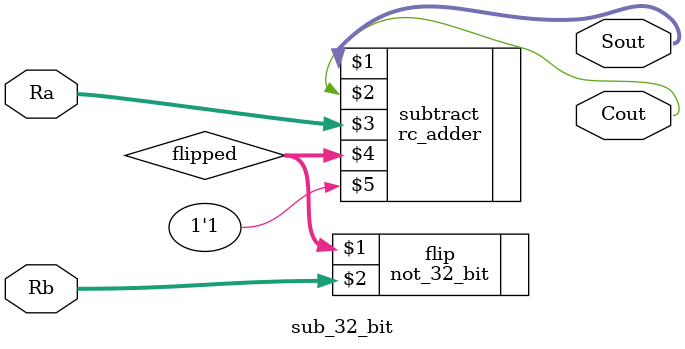
<source format=v>
module sub_32_bit (
	output wire [31:0] Sout, 
	output wire Cout,
	input wire [31:0] Ra, Rb
);

	//wire c;
	wire [31:0] flipped;
	
	not_32_bit flip(flipped, Rb);
	
	rc_adder subtract (
		Sout, Cout, 
		Ra, flipped, 1'b1
	);
endmodule
	

</source>
